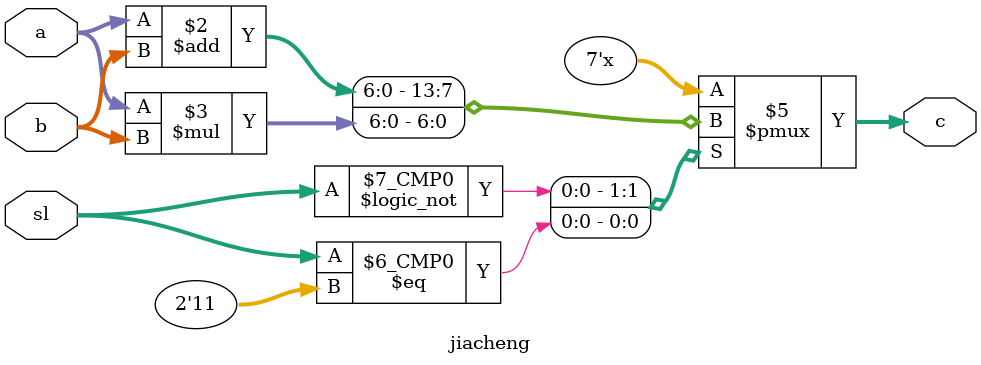
<source format=v>
`timescale 1ns / 1ps
module jiacheng(
input[5:0] a,
input[5:0] b,
input[1:0] sl,//????
output reg[6:0] c
    );
	 always @(*) begin
	 case(sl)
	 2'b00 : c = a + b;
	 2'b11 : c = a * b ;
    endcase
	 end


endmodule

</source>
